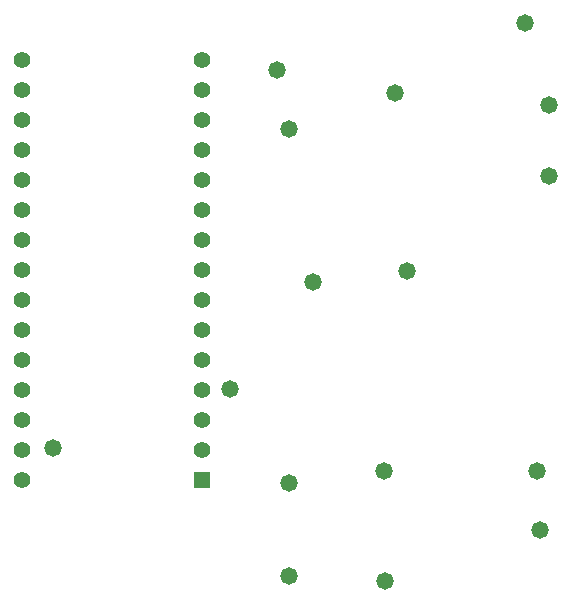
<source format=gbr>
G04*
G04 #@! TF.GenerationSoftware,Altium Limited,Altium Designer,24.6.1 (21)*
G04*
G04 Layer_Color=16711935*
%FSLAX25Y25*%
%MOIN*%
G70*
G04*
G04 #@! TF.SameCoordinates,E50FEA8C-7DC8-4ABE-93B5-960DD125A3C4*
G04*
G04*
G04 #@! TF.FilePolarity,Negative*
G04*
G01*
G75*
%ADD39C,0.05567*%
%ADD40R,0.05567X0.05567*%
%ADD41C,0.05800*%
D39*
X13307Y48297D02*
D03*
Y58297D02*
D03*
Y68297D02*
D03*
Y78297D02*
D03*
Y88297D02*
D03*
Y98297D02*
D03*
Y108297D02*
D03*
Y118297D02*
D03*
Y128297D02*
D03*
Y138297D02*
D03*
Y148297D02*
D03*
Y158297D02*
D03*
Y168297D02*
D03*
Y178297D02*
D03*
Y188297D02*
D03*
X73307D02*
D03*
Y178297D02*
D03*
Y168297D02*
D03*
Y158297D02*
D03*
Y148297D02*
D03*
Y138297D02*
D03*
Y128297D02*
D03*
Y118297D02*
D03*
Y108297D02*
D03*
Y98297D02*
D03*
Y88297D02*
D03*
Y78297D02*
D03*
Y68297D02*
D03*
Y58297D02*
D03*
D40*
Y48297D02*
D03*
D41*
X181102Y200787D02*
D03*
X98425Y185039D02*
D03*
X134350Y14665D02*
D03*
X185039Y51181D02*
D03*
X133858D02*
D03*
X102362Y47244D02*
D03*
X102362Y16463D02*
D03*
X102362Y165354D02*
D03*
X141732Y118110D02*
D03*
X188976Y149606D02*
D03*
X186024Y31496D02*
D03*
X137795Y177165D02*
D03*
X188976Y173228D02*
D03*
X110236Y114173D02*
D03*
X23622Y59055D02*
D03*
X82677Y78740D02*
D03*
M02*

</source>
